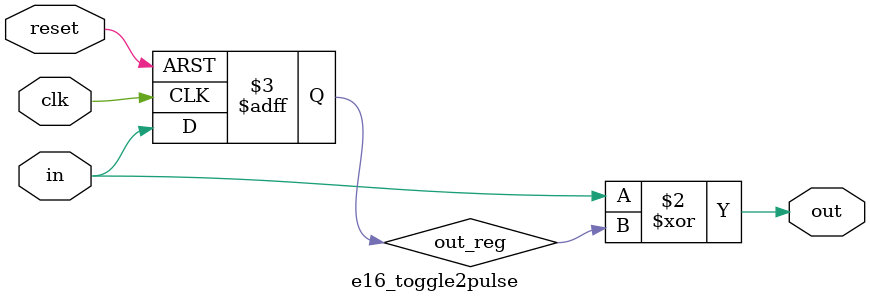
<source format=v>
module e16_toggle2pulse(/*AUTOARG*/
   // Outputs
   out,
   // Inputs
   clk, in, reset
   );

   
   //clocks
   input  clk; 
   
   input  in;   
   output out;

   //reset
   input  reset;
   reg 	  out_reg;
         
   always @ (posedge clk or posedge reset)
     if(reset)
       out_reg <= 1'b0;
     else
       out_reg <= in;
      
   assign out = in ^ out_reg;

endmodule
</source>
